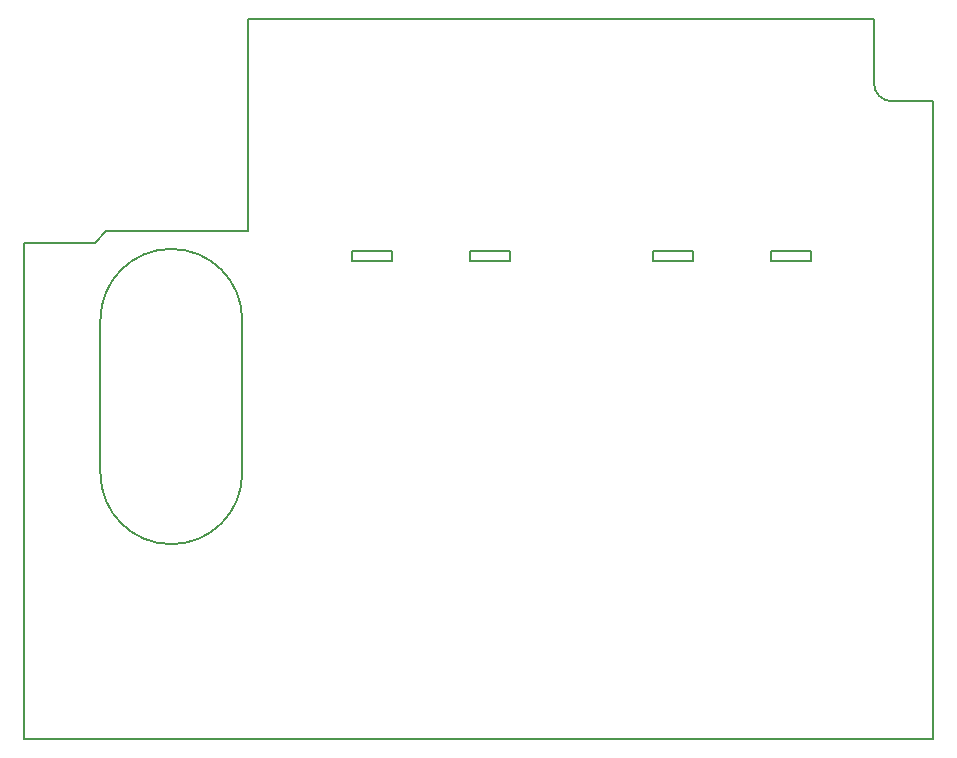
<source format=gbr>
G04 #@! TF.FileFunction,Profile,NP*
%FSLAX46Y46*%
G04 Gerber Fmt 4.6, Leading zero omitted, Abs format (unit mm)*
G04 Created by KiCad (PCBNEW 4.0.4-stable) date 12/03/16 09:26:53*
%MOMM*%
%LPD*%
G01*
G04 APERTURE LIST*
%ADD10C,0.100000*%
%ADD11C,0.150000*%
G04 APERTURE END LIST*
D10*
D11*
X30700000Y-19200000D02*
X27300000Y-19200000D01*
X30700000Y-20000000D02*
X30700000Y-19200000D01*
X27300000Y-20000000D02*
X30700000Y-20000000D01*
X27300000Y-19200000D02*
X27300000Y-20000000D01*
X40700000Y-19200000D02*
X37300000Y-19200000D01*
X40700000Y-20000000D02*
X40700000Y-19200000D01*
X37300000Y-20000000D02*
X40700000Y-20000000D01*
X37300000Y-19200000D02*
X37300000Y-20000000D01*
X52800000Y-19200000D02*
X56200000Y-19200000D01*
X52800000Y-20000000D02*
X52800000Y-19200000D01*
X56200000Y-20000000D02*
X52800000Y-20000000D01*
X56200000Y-19200000D02*
X56200000Y-20000000D01*
X66200000Y-20000000D02*
X66200000Y-19200000D01*
X62800000Y-20000000D02*
X66200000Y-20000000D01*
X62800000Y-19200000D02*
X62800000Y-20000000D01*
X66200000Y-19200000D02*
X62800000Y-19200000D01*
X6000000Y-25000000D02*
X6000000Y-38000000D01*
X18000000Y-38000000D02*
X18000000Y-25000000D01*
X6000000Y-38000000D02*
G75*
G03X18000000Y-38000000I6000000J0D01*
G01*
X18000000Y-25000000D02*
G75*
G03X6000000Y-25000000I-6000000J0D01*
G01*
X5500000Y-18500000D02*
X-500000Y-18500000D01*
X6500000Y-17500000D02*
X5500000Y-18500000D01*
X-500000Y-18500000D02*
X-500000Y-60500000D01*
X76500000Y-6500000D02*
X76500000Y-60500000D01*
X71500000Y500000D02*
X18500000Y500000D01*
X71500000Y-5000000D02*
X71500000Y500000D01*
X73000000Y-6500000D02*
X76500000Y-6500000D01*
X71500000Y-5000000D02*
G75*
G03X73000000Y-6500000I1500000J0D01*
G01*
X18500000Y-17500000D02*
X18500000Y500000D01*
X6500000Y-17500000D02*
X18500000Y-17500000D01*
X76500000Y-60500000D02*
X-500000Y-60500000D01*
M02*

</source>
